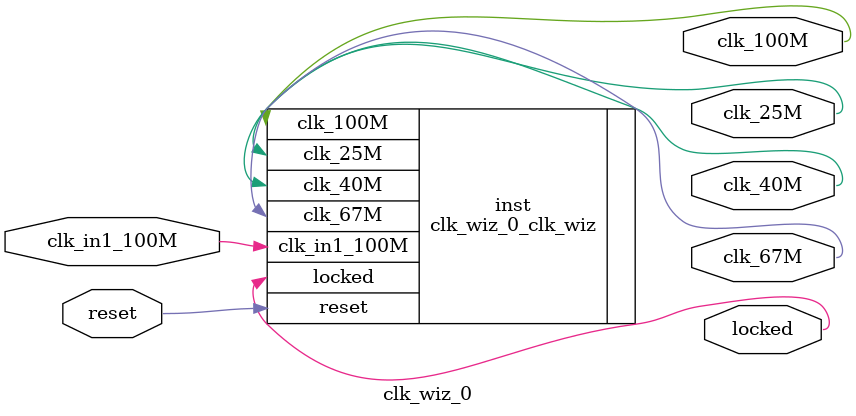
<source format=v>


`timescale 1ps/1ps

(* CORE_GENERATION_INFO = "clk_wiz_0,clk_wiz_v6_0_10_0_0,{component_name=clk_wiz_0,use_phase_alignment=true,use_min_o_jitter=false,use_max_i_jitter=false,use_dyn_phase_shift=false,use_inclk_switchover=false,use_dyn_reconfig=false,enable_axi=0,feedback_source=FDBK_AUTO,PRIMITIVE=MMCM,num_out_clk=4,clkin1_period=10.000,clkin2_period=10.000,use_power_down=false,use_reset=true,use_locked=true,use_inclk_stopped=false,feedback_type=SINGLE,CLOCK_MGR_TYPE=NA,manual_override=false}" *)

module clk_wiz_0 
 (
  // Clock out ports
  output        clk_100M,
  output        clk_25M,
  output        clk_40M,
  output        clk_67M,
  // Status and control signals
  input         reset,
  output        locked,
 // Clock in ports
  input         clk_in1_100M
 );

  clk_wiz_0_clk_wiz inst
  (
  // Clock out ports  
  .clk_100M(clk_100M),
  .clk_25M(clk_25M),
  .clk_40M(clk_40M),
  .clk_67M(clk_67M),
  // Status and control signals               
  .reset(reset), 
  .locked(locked),
 // Clock in ports
  .clk_in1_100M(clk_in1_100M)
  );

endmodule

</source>
